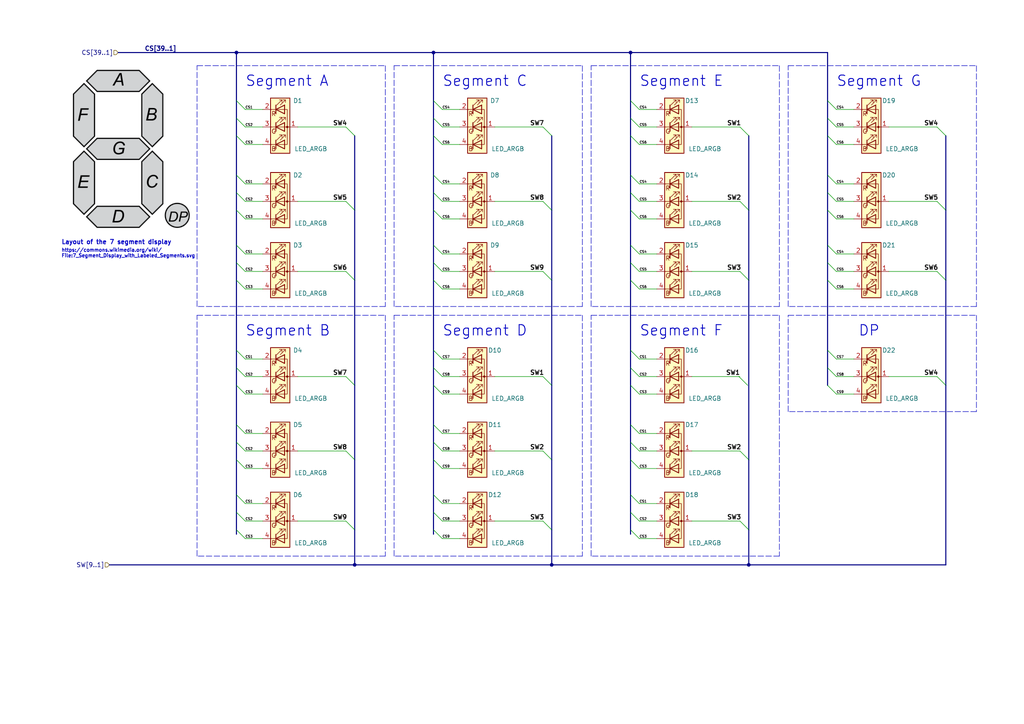
<source format=kicad_sch>
(kicad_sch (version 20211123) (generator eeschema)
  (paper "A4")
  (title_block (title "PMod RGB & Segment Display") (rev "v0.1") (company "James Horton") (comment 1 "interface, all LED's are designed to be indivdually addressable ") (comment 2 "This design is a 4 Digit Seven Segment Display made from RGB LED's, controlled using I2C") (comment 4 "Licensed Under CERN Open Hardware Licence Version 2 - Permissive"))
  (lib_symbols
    (symbol "Device:LED_ARGB" (pin_names (offset 0) hide)
      (property "Reference" "D" (at 0 9.398 0))
      (property "Value" "LED_ARGB" (at 0 -8.89 0))
      (symbol "LED_ARGB_0_0"
        (text "B" (at -1.905 -6.35 0) (effects (font (size 1.27 1.27))))
        (text "G" (at -1.905 -1.27 0) (effects (font (size 1.27 1.27))))
        (text "R" (at -1.905 3.81 0) (effects (font (size 1.27 1.27))))
      )
      (symbol "LED_ARGB_0_1"
        (polyline (pts (xy -1.27 -5.08) (xy -2.54 -5.08)))
        (polyline (pts (xy -1.27 -5.08) (xy 1.27 -5.08)))
        (polyline (pts (xy -1.27 -3.81) (xy -1.27 -6.35)) (stroke (width 0.254)))
        (polyline (pts (xy -1.27 0) (xy -2.54 0)))
        (polyline (pts (xy -1.27 1.27) (xy -1.27 -1.27)) (stroke (width 0.254)))
        (polyline (pts (xy -1.27 5.08) (xy -2.54 5.08)))
        (polyline (pts (xy -1.27 5.08) (xy 1.27 5.08)))
        (polyline (pts (xy -1.27 6.35) (xy -1.27 3.81)) (stroke (width 0.254)))
        (polyline (pts (xy 1.27 0) (xy -1.27 0)))
        (polyline (pts (xy 1.27 0) (xy 2.54 0)))
        (polyline (pts (xy -1.27 1.27) (xy -1.27 -1.27) (xy -1.27 -1.27)))
        (polyline (pts (xy -1.27 6.35) (xy -1.27 3.81) (xy -1.27 3.81)))
        (polyline (pts (xy 1.27 -5.08) (xy 2.032 -5.08) (xy 2.032 5.08) (xy 1.27 5.08)))
        (polyline (pts (xy 1.27 -3.81) (xy 1.27 -6.35) (xy -1.27 -5.08) (xy 1.27 -3.81)) (stroke (width 0.254)))
        (polyline (pts (xy 1.27 1.27) (xy 1.27 -1.27) (xy -1.27 0) (xy 1.27 1.27)) (stroke (width 0.254)))
        (polyline (pts (xy 1.27 6.35) (xy 1.27 3.81) (xy -1.27 5.08) (xy 1.27 6.35)) (stroke (width 0.254)))
        (polyline (pts (xy -1.016 -3.81) (xy 0.508 -2.286) (xy -0.254 -2.286) (xy 0.508 -2.286) (xy 0.508 -3.048)))
        (polyline (pts (xy -1.016 1.27) (xy 0.508 2.794) (xy -0.254 2.794) (xy 0.508 2.794) (xy 0.508 2.032)))
        (polyline (pts (xy -1.016 6.35) (xy 0.508 7.874) (xy -0.254 7.874) (xy 0.508 7.874) (xy 0.508 7.112)))
        (polyline (pts (xy 0 -3.81) (xy 1.524 -2.286) (xy 0.762 -2.286) (xy 1.524 -2.286) (xy 1.524 -3.048)))
        (polyline (pts (xy 0 1.27) (xy 1.524 2.794) (xy 0.762 2.794) (xy 1.524 2.794) (xy 1.524 2.032)))
        (polyline (pts (xy 0 6.35) (xy 1.524 7.874) (xy 0.762 7.874) (xy 1.524 7.874) (xy 1.524 7.112)))
        (rectangle (start 1.27 -1.27) (end 1.27 1.27))
        (rectangle (start 1.27 1.27) (end 1.27 1.27))
        (rectangle (start 1.27 3.81) (end 1.27 6.35))
        (rectangle (start 1.27 6.35) (end 1.27 6.35))
        (circle (center 2.032 0) (radius 0.254) (fill (type outline)))
        (rectangle (start 2.794 8.382) (end -2.794 -7.62) (stroke (width 0.254)) (fill (type background)))
      )
      (symbol "LED_ARGB_1_1"
        (pin passive line (at 5.08 0 180) (length 2.54) (name "A") (number "1"))
        (pin passive line (at -5.08 5.08 0) (length 2.54) (name "RK") (number "2"))
        (pin passive line (at -5.08 0 0) (length 2.54) (name "GK") (number "3"))
        (pin passive line (at -5.08 -5.08 0) (length 2.54) (name "BK") (number "4"))
      )
    )
  )
  (junction (at 160.02 163.83))
  (junction (at 102.87 163.83))
  (junction (at 217.17 163.83))
  (junction (at 182.88 15.24))
  (junction (at 125.73 15.24))
  (junction (at 68.58 15.24))
  (bus_entry (at 182.88 55.88) (size 2.54 2.54))
  (bus_entry (at 125.73 133.35) (size 2.54 2.54))
  (bus_entry (at 271.78 58.42) (size 2.54 2.54))
  (bus_entry (at 125.73 81.28) (size 2.54 2.54))
  (bus_entry (at 240.03 55.88) (size 2.54 2.54))
  (bus_entry (at 182.88 76.2) (size 2.54 2.54))
  (bus_entry (at 182.88 50.8) (size 2.54 2.54))
  (bus_entry (at 125.73 50.8) (size 2.54 2.54))
  (bus_entry (at 68.58 39.37) (size 2.54 2.54))
  (bus_entry (at 125.73 143.51) (size 2.54 2.54))
  (bus_entry (at 240.03 106.68) (size 2.54 2.54))
  (bus_entry (at 271.78 109.22) (size 2.54 2.54))
  (bus_entry (at 68.58 143.51) (size 2.54 2.54))
  (bus_entry (at 182.88 128.27) (size 2.54 2.54))
  (bus_entry (at 157.48 58.42) (size 2.54 2.54))
  (bus_entry (at 182.88 133.35) (size 2.54 2.54))
  (bus_entry (at 182.88 39.37) (size 2.54 2.54))
  (bus_entry (at 182.88 101.6) (size 2.54 2.54))
  (bus_entry (at 125.73 148.59) (size 2.54 2.54))
  (bus_entry (at 182.88 111.76) (size 2.54 2.54))
  (bus_entry (at 240.03 71.12) (size 2.54 2.54))
  (bus_entry (at 100.33 151.13) (size 2.54 2.54))
  (bus_entry (at 182.88 60.96) (size 2.54 2.54))
  (bus_entry (at 214.63 36.83) (size 2.54 2.54))
  (bus_entry (at 240.03 39.37) (size 2.54 2.54))
  (bus_entry (at 240.03 50.8) (size 2.54 2.54))
  (bus_entry (at 182.88 148.59) (size 2.54 2.54))
  (bus_entry (at 125.73 153.67) (size 2.54 2.54))
  (bus_entry (at 182.88 34.29) (size 2.54 2.54))
  (bus_entry (at 125.73 71.12) (size 2.54 2.54))
  (bus_entry (at 68.58 153.67) (size 2.54 2.54))
  (bus_entry (at 182.88 81.28) (size 2.54 2.54))
  (bus_entry (at 157.48 78.74) (size 2.54 2.54))
  (bus_entry (at 240.03 101.6) (size 2.54 2.54))
  (bus_entry (at 182.88 71.12) (size 2.54 2.54))
  (bus_entry (at 157.48 130.81) (size 2.54 2.54))
  (bus_entry (at 100.33 109.22) (size 2.54 2.54))
  (bus_entry (at 100.33 36.83) (size 2.54 2.54))
  (bus_entry (at 157.48 109.22) (size 2.54 2.54))
  (bus_entry (at 125.73 111.76) (size 2.54 2.54))
  (bus_entry (at 125.73 106.68) (size 2.54 2.54))
  (bus_entry (at 182.88 123.19) (size 2.54 2.54))
  (bus_entry (at 68.58 133.35) (size 2.54 2.54))
  (bus_entry (at 240.03 111.76) (size 2.54 2.54))
  (bus_entry (at 214.63 151.13) (size 2.54 2.54))
  (bus_entry (at 68.58 71.12) (size 2.54 2.54))
  (bus_entry (at 125.73 101.6) (size 2.54 2.54))
  (bus_entry (at 125.73 29.21) (size 2.54 2.54))
  (bus_entry (at 68.58 101.6) (size 2.54 2.54))
  (bus_entry (at 240.03 81.28) (size 2.54 2.54))
  (bus_entry (at 214.63 58.42) (size 2.54 2.54))
  (bus_entry (at 125.73 76.2) (size 2.54 2.54))
  (bus_entry (at 125.73 34.29) (size 2.54 2.54))
  (bus_entry (at 182.88 29.21) (size 2.54 2.54))
  (bus_entry (at 68.58 60.96) (size 2.54 2.54))
  (bus_entry (at 68.58 55.88) (size 2.54 2.54))
  (bus_entry (at 100.33 58.42) (size 2.54 2.54))
  (bus_entry (at 240.03 29.21) (size 2.54 2.54))
  (bus_entry (at 157.48 151.13) (size 2.54 2.54))
  (bus_entry (at 240.03 60.96) (size 2.54 2.54))
  (bus_entry (at 125.73 60.96) (size 2.54 2.54))
  (bus_entry (at 271.78 36.83) (size 2.54 2.54))
  (bus_entry (at 68.58 29.21) (size 2.54 2.54))
  (bus_entry (at 68.58 128.27) (size 2.54 2.54))
  (bus_entry (at 68.58 34.29) (size 2.54 2.54))
  (bus_entry (at 68.58 106.68) (size 2.54 2.54))
  (bus_entry (at 240.03 76.2) (size 2.54 2.54))
  (bus_entry (at 271.78 78.74) (size 2.54 2.54))
  (bus_entry (at 68.58 148.59) (size 2.54 2.54))
  (bus_entry (at 68.58 76.2) (size 2.54 2.54))
  (bus_entry (at 157.48 36.83) (size 2.54 2.54))
  (bus_entry (at 240.03 34.29) (size 2.54 2.54))
  (bus_entry (at 125.73 55.88) (size 2.54 2.54))
  (bus_entry (at 100.33 78.74) (size 2.54 2.54))
  (bus_entry (at 68.58 50.8) (size 2.54 2.54))
  (bus_entry (at 214.63 78.74) (size 2.54 2.54))
  (bus_entry (at 125.73 39.37) (size 2.54 2.54))
  (bus_entry (at 125.73 123.19) (size 2.54 2.54))
  (bus_entry (at 182.88 143.51) (size 2.54 2.54))
  (bus_entry (at 214.3128 109.22) (size 2.54 2.54))
  (bus_entry (at 125.73 128.27) (size 2.54 2.54))
  (bus_entry (at 68.58 111.76) (size 2.54 2.54))
  (bus_entry (at 68.58 123.19) (size 2.54 2.54))
  (bus_entry (at 214.63 130.81) (size 2.54 2.54))
  (bus_entry (at 182.88 106.68) (size 2.54 2.54))
  (bus_entry (at 68.58 81.28) (size 2.54 2.54))
  (bus_entry (at 182.88 153.67) (size 2.54 2.54))
  (bus_entry (at 100.33 130.81) (size 2.54 2.54))
  (wire (pts (xy 200.66 109.22) (xy 214.3128 109.22)))
  (wire (pts (xy 86.36 109.22) (xy 100.33 109.22)))
  (wire (pts (xy 242.57 36.83) (xy 247.65 36.83)))
  (bus (pts (xy 125.73 143.51) (xy 125.73 148.59)))
  (bus (pts (xy 160.02 39.37) (xy 160.02 60.96)))
  (wire (pts (xy 71.12 73.66) (xy 76.2 73.66)))
  (wire (pts (xy 71.12 36.83) (xy 76.2 36.83)))
  (bus (pts (xy 68.58 123.19) (xy 68.58 128.27)))
  (polyline (pts (xy 171.45 88.9) (xy 171.45 19.05)))
  (bus (pts (xy 217.17 153.67) (xy 217.17 163.83)))
  (wire (pts (xy 242.57 104.14) (xy 247.65 104.14)))
  (wire (pts (xy 185.42 104.14) (xy 190.5 104.14)))
  (wire (pts (xy 214.63 130.81) (xy 200.66 130.81)))
  (wire (pts (xy 128.27 156.21) (xy 133.35 156.21)))
  (bus (pts (xy 125.73 15.24) (xy 182.88 15.24)))
  (bus (pts (xy 274.32 111.76) (xy 274.32 163.83)))
  (bus (pts (xy 240.03 50.8) (xy 240.03 55.88)))
  (wire (pts (xy 242.57 73.66) (xy 247.65 73.66)))
  (wire (pts (xy 128.27 78.74) (xy 133.35 78.74)))
  (bus (pts (xy 102.87 60.96) (xy 102.87 81.28)))
  (wire (pts (xy 185.42 156.21) (xy 190.5 156.21)))
  (bus (pts (xy 125.73 55.88) (xy 125.73 60.96)))
  (wire (pts (xy 242.57 41.91) (xy 247.65 41.91)))
  (wire (pts (xy 200.66 36.83) (xy 214.63 36.83)))
  (polyline (pts (xy 111.76 19.05) (xy 111.76 88.9)))
  (wire (pts (xy 257.81 78.74) (xy 271.78 78.74)))
  (polyline (pts (xy 283.21 119.38) (xy 228.6 119.38)))
  (bus (pts (xy 182.88 60.96) (xy 182.88 71.12)))
  (bus (pts (xy 125.73 71.12) (xy 125.73 76.2)))
  (bus (pts (xy 182.88 133.35) (xy 182.88 143.51)))
  (bus (pts (xy 68.58 15.24) (xy 125.73 15.24)))
  (wire (pts (xy 128.27 114.3) (xy 133.35 114.3)))
  (wire (pts (xy 71.12 78.74) (xy 76.2 78.74)))
  (wire (pts (xy 71.12 31.75) (xy 76.2 31.75)))
  (bus (pts (xy 182.88 148.59) (xy 182.88 153.67)))
  (bus (pts (xy 182.88 29.21) (xy 182.88 34.29)))
  (wire (pts (xy 143.51 36.83) (xy 157.48 36.83)))
  (bus (pts (xy 68.58 76.2) (xy 68.58 81.28)))
  (wire (pts (xy 128.27 31.75) (xy 133.35 31.75)))
  (wire (pts (xy 71.12 156.21) (xy 76.2 156.21)))
  (wire (pts (xy 185.42 146.05) (xy 190.5 146.05)))
  (bus (pts (xy 68.58 153.67) (xy 68.58 154.94)))
  (wire (pts (xy 185.42 53.34) (xy 190.5 53.34)))
  (polyline (pts (xy 171.45 161.29) (xy 171.45 91.44)))
  (wire (pts (xy 143.51 109.22) (xy 157.48 109.22)))
  (bus (pts (xy 68.58 111.76) (xy 68.58 123.19)))
  (wire (pts (xy 214.63 58.42) (xy 200.66 58.42)))
  (wire (pts (xy 242.57 58.42) (xy 247.65 58.42)))
  (wire (pts (xy 185.42 73.66) (xy 190.5 73.66)))
  (bus (pts (xy 182.88 143.51) (xy 182.88 148.59)))
  (bus (pts (xy 182.88 106.68) (xy 182.88 111.76)))
  (wire (pts (xy 128.27 104.14) (xy 133.35 104.14)))
  (bus (pts (xy 182.88 50.8) (xy 182.88 55.88)))
  (wire (pts (xy 128.27 151.13) (xy 133.35 151.13)))
  (bus (pts (xy 217.17 133.35) (xy 217.17 153.67)))
  (wire (pts (xy 271.78 58.42) (xy 257.81 58.42)))
  (wire (pts (xy 242.57 31.75) (xy 247.65 31.75)))
  (bus (pts (xy 160.02 111.76) (xy 160.02 133.35)))
  (bus (pts (xy 240.03 55.88) (xy 240.03 60.96)))
  (wire (pts (xy 185.42 58.42) (xy 190.5 58.42)))
  (wire (pts (xy 185.42 36.83) (xy 190.5 36.83)))
  (bus (pts (xy 217.17 39.37) (xy 217.17 60.96)))
  (bus (pts (xy 68.58 29.21) (xy 68.58 34.29)))
  (wire (pts (xy 185.42 114.3) (xy 190.5 114.3)))
  (bus (pts (xy 68.58 39.37) (xy 68.58 50.8)))
  (bus (pts (xy 240.03 101.6) (xy 240.03 106.68)))
  (wire (pts (xy 128.27 41.91) (xy 133.35 41.91)))
  (wire (pts (xy 128.27 125.73) (xy 133.35 125.73)))
  (wire (pts (xy 257.81 109.22) (xy 271.78 109.22)))
  (wire (pts (xy 185.42 41.91) (xy 190.5 41.91)))
  (polyline (pts (xy 114.3 88.9) (xy 114.3 19.05)))
  (wire (pts (xy 71.12 130.81) (xy 76.2 130.81)))
  (bus (pts (xy 68.58 81.28) (xy 68.58 101.6)))
  (polyline (pts (xy 171.45 19.05) (xy 226.06 19.05)))
  (wire (pts (xy 71.12 114.3) (xy 76.2 114.3)))
  (polyline (pts (xy 226.06 91.44) (xy 226.06 161.29)))
  (bus (pts (xy 160.02 60.96) (xy 160.02 81.28)))
  (wire (pts (xy 214.3128 109.22) (xy 214.63 109.22)))
  (wire (pts (xy 185.42 109.22) (xy 190.5 109.22)))
  (bus (pts (xy 125.73 148.59) (xy 125.73 153.67)))
  (bus (pts (xy 160.02 81.28) (xy 160.02 111.76)))
  (bus (pts (xy 125.73 34.29) (xy 125.73 39.37)))
  (bus (pts (xy 160.02 163.83) (xy 217.17 163.83)))
  (bus (pts (xy 182.88 15.24) (xy 240.03 15.24)))
  (polyline (pts (xy 57.15 91.44) (xy 111.76 91.44)))
  (polyline (pts (xy 228.6 19.05) (xy 283.21 19.05)))
  (polyline (pts (xy 228.6 119.38) (xy 228.6 91.44)))
  (bus (pts (xy 68.58 133.35) (xy 68.58 143.51)))
  (polyline (pts (xy 111.76 91.44) (xy 111.76 161.29)))
  (wire (pts (xy 157.48 58.42) (xy 143.51 58.42)))
  (bus (pts (xy 125.73 81.28) (xy 125.73 101.6)))
  (wire (pts (xy 157.48 130.81) (xy 143.51 130.81)))
  (bus (pts (xy 125.73 111.76) (xy 125.73 123.19)))
  (wire (pts (xy 71.12 58.42) (xy 76.2 58.42)))
  (polyline (pts (xy 228.6 91.44) (xy 283.21 91.44)))
  (bus (pts (xy 182.88 153.67) (xy 182.88 154.94)))
  (wire (pts (xy 143.51 78.74) (xy 157.48 78.74)))
  (bus (pts (xy 160.02 153.67) (xy 160.02 163.83)))
  (bus (pts (xy 31.75 163.83) (xy 102.87 163.83)))
  (wire (pts (xy 185.42 135.89) (xy 190.5 135.89)))
  (polyline (pts (xy 57.15 19.05) (xy 111.76 19.05)))
  (wire (pts (xy 86.36 151.13) (xy 100.33 151.13)))
  (wire (pts (xy 242.57 63.5) (xy 247.65 63.5)))
  (bus (pts (xy 240.03 15.24) (xy 240.03 29.21)))
  (bus (pts (xy 125.73 15.24) (xy 125.73 29.21)))
  (polyline (pts (xy 283.21 19.05) (xy 283.21 88.9)))
  (wire (pts (xy 71.12 146.05) (xy 76.2 146.05)))
  (wire (pts (xy 200.66 151.13) (xy 214.63 151.13)))
  (polyline (pts (xy 57.15 88.9) (xy 57.15 19.05)))
  (bus (pts (xy 217.17 81.28) (xy 217.17 133.35)))
  (polyline (pts (xy 228.6 88.9) (xy 228.6 19.05)))
  (wire (pts (xy 242.57 53.34) (xy 247.65 53.34)))
  (bus (pts (xy 125.73 29.21) (xy 125.73 34.29)))
  (wire (pts (xy 200.66 78.74) (xy 214.63 78.74)))
  (bus (pts (xy 125.73 133.35) (xy 125.73 143.51)))
  (bus (pts (xy 182.88 76.2) (xy 182.88 81.28)))
  (wire (pts (xy 143.51 151.13) (xy 157.48 151.13)))
  (bus (pts (xy 125.73 101.6) (xy 125.73 106.68)))
  (bus (pts (xy 160.02 163.83) (xy 102.87 163.83)))
  (bus (pts (xy 125.73 153.67) (xy 125.73 154.94)))
  (wire (pts (xy 185.42 63.5) (xy 190.5 63.5)))
  (bus (pts (xy 68.58 148.59) (xy 68.58 153.67)))
  (bus (pts (xy 182.88 81.28) (xy 182.88 101.6)))
  (bus (pts (xy 125.73 50.8) (xy 125.73 55.88)))
  (bus (pts (xy 68.58 101.6) (xy 68.58 106.68)))
  (bus (pts (xy 160.02 133.35) (xy 160.02 153.67)))
  (bus (pts (xy 125.73 123.19) (xy 125.73 128.27)))
  (bus (pts (xy 68.58 106.68) (xy 68.58 111.76)))
  (bus (pts (xy 68.58 71.12) (xy 68.58 76.2)))
  (wire (pts (xy 128.27 73.66) (xy 133.35 73.66)))
  (bus (pts (xy 182.88 39.37) (xy 182.88 50.8)))
  (bus (pts (xy 182.88 123.19) (xy 182.88 128.27)))
  (polyline (pts (xy 283.21 91.44) (xy 283.21 119.38)))
  (polyline (pts (xy 168.91 91.44) (xy 168.91 161.29)))
  (bus (pts (xy 182.88 15.24) (xy 182.88 29.21)))
  (bus (pts (xy 274.32 163.83) (xy 217.17 163.83)))
  (polyline (pts (xy 226.06 88.9) (xy 171.45 88.9)))
  (polyline (pts (xy 114.3 19.05) (xy 168.91 19.05)))
  (wire (pts (xy 71.12 63.5) (xy 76.2 63.5)))
  (wire (pts (xy 71.12 135.89) (xy 76.2 135.89)))
  (wire (pts (xy 100.33 130.81) (xy 86.36 130.81)))
  (polyline (pts (xy 114.3 161.29) (xy 114.3 91.44)))
  (bus (pts (xy 125.73 76.2) (xy 125.73 81.28)))
  (wire (pts (xy 128.27 58.42) (xy 133.35 58.42)))
  (polyline (pts (xy 111.76 161.29) (xy 57.15 161.29)))
  (wire (pts (xy 257.81 36.83) (xy 271.78 36.83)))
  (wire (pts (xy 185.42 31.75) (xy 190.5 31.75)))
  (bus (pts (xy 68.58 143.51) (xy 68.58 148.59)))
  (bus (pts (xy 240.03 29.21) (xy 240.03 34.29)))
  (wire (pts (xy 86.36 36.83) (xy 100.33 36.83)))
  (wire (pts (xy 185.42 125.73) (xy 190.5 125.73)))
  (bus (pts (xy 125.73 60.96) (xy 125.73 71.12)))
  (bus (pts (xy 240.03 39.37) (xy 240.03 50.8)))
  (bus (pts (xy 102.87 133.35) (xy 102.87 153.67)))
  (bus (pts (xy 274.32 60.96) (xy 274.32 81.28)))
  (bus (pts (xy 240.03 76.2) (xy 240.03 81.28)))
  (wire (pts (xy 128.27 135.89) (xy 133.35 135.89)))
  (wire (pts (xy 86.36 78.74) (xy 100.33 78.74)))
  (wire (pts (xy 185.42 83.82) (xy 190.5 83.82)))
  (polyline (pts (xy 168.91 19.05) (xy 168.91 88.9)))
  (wire (pts (xy 128.27 36.83) (xy 133.35 36.83)))
  (bus (pts (xy 182.88 71.12) (xy 182.88 76.2)))
  (bus (pts (xy 182.88 111.76) (xy 182.88 123.19)))
  (bus (pts (xy 102.87 39.37) (xy 102.87 60.96)))
  (bus (pts (xy 102.87 81.28) (xy 102.87 111.76)))
  (wire (pts (xy 71.12 151.13) (xy 76.2 151.13)))
  (bus (pts (xy 182.88 128.27) (xy 182.88 133.35)))
  (bus (pts (xy 68.58 15.24) (xy 68.58 29.21)))
  (bus (pts (xy 68.58 55.88) (xy 68.58 60.96)))
  (bus (pts (xy 182.88 101.6) (xy 182.88 106.68)))
  (wire (pts (xy 242.57 114.3) (xy 247.65 114.3)))
  (wire (pts (xy 185.42 151.13) (xy 190.5 151.13)))
  (wire (pts (xy 71.12 125.73) (xy 76.2 125.73)))
  (wire (pts (xy 71.12 83.82) (xy 76.2 83.82)))
  (wire (pts (xy 242.57 78.74) (xy 247.65 78.74)))
  (bus (pts (xy 34.29 15.24) (xy 68.58 15.24)))
  (polyline (pts (xy 283.21 88.9) (xy 228.6 88.9)))
  (bus (pts (xy 182.88 55.88) (xy 182.88 60.96)))
  (wire (pts (xy 128.27 130.81) (xy 133.35 130.81)))
  (bus (pts (xy 240.03 34.29) (xy 240.03 39.37)))
  (polyline (pts (xy 114.3 91.44) (xy 168.91 91.44)))
  (bus (pts (xy 125.73 128.27) (xy 125.73 133.35)))
  (wire (pts (xy 128.27 53.34) (xy 133.35 53.34)))
  (bus (pts (xy 102.87 163.83) (xy 102.87 153.67)))
  (wire (pts (xy 128.27 63.5) (xy 133.35 63.5)))
  (bus (pts (xy 240.03 60.96) (xy 240.03 71.12)))
  (polyline (pts (xy 168.91 88.9) (xy 114.3 88.9)))
  (bus (pts (xy 240.03 81.28) (xy 240.03 101.6)))
  (polyline (pts (xy 111.76 88.9) (xy 57.15 88.9)))
  (bus (pts (xy 274.32 39.37) (xy 274.32 60.96)))
  (bus (pts (xy 102.87 111.76) (xy 102.87 133.35)))
  (polyline (pts (xy 226.06 161.29) (xy 171.45 161.29)))
  (bus (pts (xy 125.73 106.68) (xy 125.73 111.76)))
  (wire (pts (xy 242.57 109.22) (xy 247.65 109.22)))
  (wire (pts (xy 71.12 41.91) (xy 76.2 41.91)))
  (polyline (pts (xy 171.45 91.44) (xy 226.06 91.44)))
  (polyline (pts (xy 168.91 161.29) (xy 114.3 161.29)))
  (polyline (pts (xy 57.15 161.29) (xy 57.15 91.44)))
  (bus (pts (xy 125.73 39.37) (xy 125.73 50.8)))
  (wire (pts (xy 128.27 146.05) (xy 133.35 146.05)))
  (bus (pts (xy 68.58 50.8) (xy 68.58 55.88)))
  (bus (pts (xy 217.17 60.96) (xy 217.17 81.28)))
  (bus (pts (xy 240.03 106.68) (xy 240.03 111.76)))
  (wire (pts (xy 185.42 130.81) (xy 190.5 130.81)))
  (polyline (pts (xy 226.06 19.05) (xy 226.06 88.9)))
  (wire (pts (xy 128.27 109.22) (xy 133.35 109.22)))
  (bus (pts (xy 274.32 81.28) (xy 274.32 111.76)))
  (bus (pts (xy 68.58 34.29) (xy 68.58 39.37)))
  (wire (pts (xy 242.57 83.82) (xy 247.65 83.82)))
  (wire (pts (xy 185.42 78.74) (xy 190.5 78.74)))
  (wire (pts (xy 71.12 53.34) (xy 76.2 53.34)))
  (bus (pts (xy 68.58 128.27) (xy 68.58 133.35)))
  (bus (pts (xy 240.03 71.12) (xy 240.03 76.2)))
  (wire (pts (xy 71.12 104.14) (xy 76.2 104.14)))
  (wire (pts (xy 128.27 83.82) (xy 133.35 83.82)))
  (wire (pts (xy 71.12 109.22) (xy 76.2 109.22)))
  (wire (pts (xy 100.33 58.42) (xy 86.36 58.42)))
  (bus (pts (xy 182.88 34.29) (xy 182.88 39.37)))
  (bus (pts (xy 68.58 60.96) (xy 68.58 71.12)))
  (image (at 38.1 43.18))
  (text "https://commons.wikimedia.org/wiki/\nFile:7_Segment_Display_with_Labeled_Segments.svg" (at 17.78 74.93 0) (effects (font (size 1 1) bold) (justify left bottom)))
  (text "Segment F" (at 185.42 97.79 0) (effects (font (size 3 3) (thickness 0.254) bold) (justify left bottom)))
  (text "Segment D" (at 128.27 97.79 0) (effects (font (size 3 3) (thickness 0.254) bold) (justify left bottom)))
  (text "Segment G" (at 242.57 25.4 0) (effects (font (size 3 3) (thickness 0.254) bold) (justify left bottom)))
  (text "Segment E" (at 185.42 25.4 0) (effects (font (size 3 3) (thickness 0.254) bold) (justify left bottom)))
  (text "Segment A" (at 71.12 25.4 0) (effects (font (size 3 3) (thickness 0.254) bold) (justify left bottom)))
  (text "DP\n" (at 248.92 97.79 0) (effects (font (size 3 3) (thickness 0.254) bold) (justify left bottom)))
  (text "Layout of the 7 segment display" (at 17.78 71.12 0) (effects (font (size 1.27 1.27) bold) (justify left bottom)))
  (text "Segment C" (at 128.27 25.4 0) (effects (font (size 3 3) (thickness 0.254) bold) (justify left bottom)))
  (text "Segment B" (at 71.12 97.79 0) (effects (font (size 3 3) (thickness 0.254) bold) (justify left bottom)))
  (label "SW2" (at 210.82 58.42 0) (effects (font bold)))
  (label "SW5" (at 267.97 58.42 0) (effects (font bold)))
  (label "SW6" (at 96.52 78.74 0) (effects (font bold)))
  (label "CS[39..1]" (at 41.91 15.24 0) (effects (font bold)))
  (label "CS3" (at 71.12 156.21 0) (effects (font (size 0.7 0.7) bold)))
  (label "SW2" (at 210.82 130.81 0) (effects (font bold)))
  (label "SW3" (at 210.82 151.13 0) (effects (font bold)))
  (label "CS4" (at 185.42 31.75 0) (effects (font (size 0.7 0.7) bold)))
  (label "CS5" (at 128.27 78.74 0) (effects (font (size 0.7 0.7) bold)))
  (label "CS6" (at 185.42 83.82 0) (effects (font (size 0.7 0.7) bold)))
  (label "SW1" (at 153.67 109.22 0) (effects (font bold)))
  (label "CS3" (at 185.42 114.3 0) (effects (font (size 0.7 0.7) bold)))
  (label "SW9" (at 96.52 151.13 0) (effects (font bold)))
  (label "CS5" (at 242.57 78.74 0) (effects (font (size 0.7 0.7) bold)))
  (label "SW7" (at 153.67 36.83 0) (effects (font bold)))
  (label "SW8" (at 96.52 130.81 0) (effects (font bold)))
  (label "CS6" (at 242.57 83.82 0) (effects (font (size 0.7 0.7) bold)))
  (label "CS3" (at 71.12 135.89 0) (effects (font (size 0.7 0.7) bold)))
  (label "SW4" (at 96.52 36.83 0) (effects (font bold)))
  (label "SW7" (at 96.52 109.22 0) (effects (font bold)))
  (label "CS2" (at 71.12 151.13 0) (effects (font (size 0.7 0.7) bold)))
  (label "CS2" (at 185.42 130.81 0) (effects (font (size 0.7 0.7) bold)))
  (label "SW3" (at 210.82 78.74 0) (effects (font bold)))
  (label "CS4" (at 185.42 53.34 0) (effects (font (size 0.7 0.7) bold)))
  (label "CS6" (at 242.57 41.91 0) (effects (font (size 0.7 0.7) bold)))
  (label "CS1" (at 71.12 146.05 0) (effects (font (size 0.7 0.7) bold)))
  (label "CS6" (at 128.27 83.82 0) (effects (font (size 0.7 0.7) bold)))
  (label "CS5" (at 128.27 58.42 0) (effects (font (size 0.7 0.7) bold)))
  (label "CS8" (at 128.27 109.22 0) (effects (font (size 0.7 0.7) bold)))
  (label "CS6" (at 128.27 63.5 0) (effects (font (size 0.7 0.7) bold)))
  (label "CS2" (at 71.12 78.74 0) (effects (font (size 0.7 0.7) bold)))
  (label "CS7" (at 128.27 146.05 0) (effects (font (size 0.7 0.7) bold)))
  (label "CS8" (at 128.27 130.81 0) (effects (font (size 0.7 0.7) bold)))
  (label "CS5" (at 242.57 58.42 0) (effects (font (size 0.7 0.7) bold)))
  (label "CS3" (at 71.12 41.91 0) (effects (font (size 0.7 0.7) bold)))
  (label "CS9" (at 128.27 156.21 0) (effects (font (size 0.7 0.7) bold)))
  (label "CS7" (at 242.57 104.14 0) (effects (font (size 0.7 0.7) bold)))
  (label "CS7" (at 128.27 104.14 0) (effects (font (size 0.7 0.7) bold)))
  (label "CS1" (at 71.12 53.34 0) (effects (font (size 0.7 0.7) bold)))
  (label "CS2" (at 185.42 109.22 0) (effects (font (size 0.7 0.7) bold)))
  (label "CS1" (at 71.12 125.73 0) (effects (font (size 0.7 0.7) bold)))
  (label "CS4" (at 185.42 73.66 0) (effects (font (size 0.7 0.7) bold)))
  (label "CS4" (at 242.57 53.34 0) (effects (font (size 0.7 0.7) bold)))
  (label "CS1" (at 71.12 31.75 0) (effects (font (size 0.7 0.7) bold)))
  (label "SW4" (at 267.97 36.83 0) (effects (font bold)))
  (label "CS4" (at 128.27 31.75 0) (effects (font (size 0.7 0.7) bold)))
  (label "CS6" (at 128.27 41.91 0) (effects (font (size 0.7 0.7) bold)))
  (label "CS5" (at 185.42 36.83 0) (effects (font (size 0.7 0.7) bold)))
  (label "CS3" (at 71.12 114.3 0) (effects (font (size 0.7 0.7) bold)))
  (label "SW4" (at 267.97 109.22 0) (effects (font bold)))
  (label "CS9" (at 242.57 114.3 0) (effects (font (size 0.7 0.7) bold)))
  (label "CS3" (at 71.12 63.5 0) (effects (font (size 0.7 0.7) bold)))
  (label "SW1" (at 210.5028 109.22 0) (effects (font bold)))
  (label "CS9" (at 128.27 114.3 0) (effects (font (size 0.7 0.7) bold)))
  (label "CS8" (at 128.27 151.13 0) (effects (font (size 0.7 0.7) bold)))
  (label "CS5" (at 128.27 36.83 0) (effects (font (size 0.7 0.7) bold)))
  (label "CS2" (at 71.12 36.83 0) (effects (font (size 0.7 0.7) bold)))
  (label "SW9" (at 153.67 78.74 0) (effects (font bold)))
  (label "CS2" (at 71.12 109.22 0) (effects (font (size 0.7 0.7) bold)))
  (label "CS5" (at 185.42 78.74 0) (effects (font (size 0.7 0.7) bold)))
  (label "CS2" (at 71.12 130.81 0) (effects (font (size 0.7 0.7) bold)))
  (label "SW2" (at 153.67 130.81 0) (effects (font bold)))
  (label "CS1" (at 185.42 104.14 0) (effects (font (size 0.7 0.7) bold)))
  (label "CS6" (at 185.42 41.91 0) (effects (font (size 0.7 0.7) bold)))
  (label "CS2" (at 185.42 151.13 0) (effects (font (size 0.7 0.7) bold)))
  (label "CS1" (at 71.12 104.14 0) (effects (font (size 0.7 0.7) bold)))
  (label "CS7" (at 128.27 125.73 0) (effects (font (size 0.7 0.7) bold)))
  (label "CS8" (at 242.57 109.22 0) (effects (font (size 0.7 0.7) bold)))
  (label "SW1" (at 210.82 36.83 0) (effects (font bold)))
  (label "CS5" (at 185.42 58.42 0) (effects (font (size 0.7 0.7) bold)))
  (label "CS4" (at 242.57 73.66 0) (effects (font (size 0.7 0.7) bold)))
  (label "CS9" (at 128.27 135.89 0) (effects (font (size 0.7 0.7) bold)))
  (label "CS4" (at 128.27 53.34 0) (effects (font (size 0.7 0.7) bold)))
  (label "CS3" (at 71.12 83.82 0) (effects (font (size 0.7 0.7) bold)))
  (label "CS1" (at 185.42 146.05 0) (effects (font (size 0.7 0.7) bold)))
  (label "CS3" (at 185.42 135.89 0) (effects (font (size 0.7 0.7) bold)))
  (label "CS3" (at 185.42 156.21 0) (effects (font (size 0.7 0.7) bold)))
  (label "SW5" (at 96.52 58.42 0) (effects (font bold)))
  (label "CS5" (at 242.57 36.83 0) (effects (font (size 0.7 0.7) bold)))
  (label "SW3" (at 153.67 151.13 0) (effects (font bold)))
  (label "SW6" (at 267.97 78.74 0) (effects (font bold)))
  (label "CS1" (at 185.42 125.73 0) (effects (font (size 0.7 0.7) bold)))
  (label "CS6" (at 185.42 63.5 0) (effects (font (size 0.7 0.7) bold)))
  (label "CS4" (at 128.27 73.66 0) (effects (font (size 0.7 0.7) bold)))
  (label "CS6" (at 242.57 63.5 0) (effects (font (size 0.7 0.7) bold)))
  (label "SW8" (at 153.67 58.42 0) (effects (font bold)))
  (label "CS4" (at 242.57 31.75 0) (effects (font (size 0.7 0.7) bold)))
  (label "CS1" (at 71.12 73.66 0) (effects (font (size 0.7 0.7) bold)))
  (label "CS2" (at 71.12 58.42 0) (effects (font (size 0.7 0.7) bold)))
  (hierarchical_label "SW[9..1]" (shape input) (at 31.75 163.83 180))
  (hierarchical_label "CS[39..1]" (shape input) (at 34.29 15.24 180))
  (symbol (lib_id "Device:LED_ARGB") (at 252.73 78.74 0) (unit 1)
    (property "Reference" "D21" (at 257.81 71.12 0))
    (property "Value" "LED_ARGB" (at 261.62 85.09 0))
    (property "Footprint" "jjh:SX-0402-RGB" (effects hide))
  )
  (symbol (lib_id "Device:LED_ARGB") (at 252.73 58.42 0) (unit 1)
    (property "Reference" "D20" (at 257.81 50.8 0))
    (property "Value" "LED_ARGB" (at 261.62 64.77 0))
    (property "Footprint" "jjh:SX-0402-RGB" (effects hide))
  )
  (symbol (lib_id "Device:LED_ARGB") (at 252.73 109.22 0) (unit 1)
    (property "Reference" "D22" (at 257.81 101.6 0))
    (property "Value" "LED_ARGB" (at 261.62 115.57 0))
    (property "Footprint" "jjh:SX-0402-RGB" (effects hide))
  )
  (symbol (lib_id "Device:LED_ARGB") (at 138.43 109.22 0) (unit 1)
    (property "Reference" "D10" (at 143.51 101.6 0))
    (property "Value" "LED_ARGB" (at 147.32 115.57 0))
    (property "Footprint" "jjh:SX-0402-RGB" (effects hide))
  )
  (symbol (lib_id "Device:LED_ARGB") (at 138.43 78.74 0) (unit 1)
    (property "Reference" "D9" (at 143.51 71.12 0))
    (property "Value" "LED_ARGB" (at 147.32 85.09 0))
    (property "Footprint" "jjh:SX-0402-RGB" (effects hide))
  )
  (symbol (lib_id "Device:LED_ARGB") (at 138.43 151.13 0) (unit 1)
    (property "Reference" "D12" (at 143.51 143.51 0))
    (property "Value" "LED_ARGB" (at 147.32 157.48 0))
    (property "Footprint" "jjh:SX-0402-RGB" (effects hide))
  )
  (symbol (lib_id "Device:LED_ARGB") (at 81.28 78.74 0) (unit 1)
    (property "Reference" "D3" (at 86.36 71.12 0))
    (property "Value" "LED_ARGB" (at 90.17 85.09 0))
    (property "Footprint" "jjh:SX-0402-RGB" (effects hide))
  )
  (symbol (lib_id "Device:LED_ARGB") (at 195.58 36.83 0) (unit 1)
    (property "Reference" "D13" (at 200.66 29.21 0))
    (property "Value" "LED_ARGB" (at 204.47 43.18 0))
    (property "Footprint" "jjh:SX-0402-RGB" (effects hide))
  )
  (symbol (lib_id "Device:LED_ARGB") (at 195.58 151.13 0) (unit 1)
    (property "Reference" "D18" (at 200.66 143.51 0))
    (property "Value" "LED_ARGB" (at 204.47 157.48 0))
    (property "Footprint" "jjh:SX-0402-RGB" (effects hide))
  )
  (symbol (lib_id "Device:LED_ARGB") (at 81.28 109.22 0) (unit 1)
    (property "Reference" "D4" (at 86.36 101.6 0))
    (property "Value" "LED_ARGB" (at 90.17 115.57 0))
    (property "Footprint" "jjh:SX-0402-RGB" (effects hide))
  )
  (symbol (lib_id "Device:LED_ARGB") (at 81.28 151.13 0) (unit 1)
    (property "Reference" "D6" (at 86.36 143.51 0))
    (property "Value" "LED_ARGB" (at 90.17 157.48 0))
    (property "Footprint" "jjh:SX-0402-RGB" (effects hide))
  )
  (symbol (lib_id "Device:LED_ARGB") (at 81.28 58.42 0) (unit 1)
    (property "Reference" "D2" (at 86.36 50.8 0))
    (property "Value" "LED_ARGB" (at 90.17 64.77 0))
    (property "Footprint" "jjh:SX-0402-RGB" (effects hide))
  )
  (symbol (lib_id "Device:LED_ARGB") (at 81.28 36.83 0) (unit 1)
    (property "Reference" "D1" (at 86.36 29.21 0))
    (property "Value" "LED_ARGB" (at 90.17 43.18 0))
    (property "Footprint" "jjh:SX-0402-RGB" (effects hide))
  )
  (symbol (lib_id "Device:LED_ARGB") (at 138.43 130.81 0) (unit 1)
    (property "Reference" "D11" (at 143.51 123.19 0))
    (property "Value" "LED_ARGB" (at 147.32 137.16 0))
    (property "Footprint" "jjh:SX-0402-RGB" (effects hide))
  )
  (symbol (lib_id "Device:LED_ARGB") (at 138.43 58.42 0) (unit 1)
    (property "Reference" "D8" (at 143.51 50.8 0))
    (property "Value" "LED_ARGB" (at 147.32 64.77 0))
    (property "Footprint" "jjh:SX-0402-RGB" (effects hide))
  )
  (symbol (lib_id "Device:LED_ARGB") (at 195.58 130.81 0) (unit 1)
    (property "Reference" "D17" (at 200.66 123.19 0))
    (property "Value" "LED_ARGB" (at 204.47 137.16 0))
    (property "Footprint" "jjh:SX-0402-RGB" (effects hide))
  )
  (symbol (lib_id "Device:LED_ARGB") (at 195.58 78.74 0) (unit 1)
    (property "Reference" "D15" (at 200.66 71.12 0))
    (property "Value" "LED_ARGB" (at 204.47 85.09 0))
    (property "Footprint" "jjh:SX-0402-RGB" (effects hide))
  )
  (symbol (lib_id "Device:LED_ARGB") (at 81.28 130.81 0) (unit 1)
    (property "Reference" "D5" (at 86.36 123.19 0))
    (property "Value" "LED_ARGB" (at 90.17 137.16 0))
    (property "Footprint" "jjh:SX-0402-RGB" (effects hide))
  )
  (symbol (lib_id "Device:LED_ARGB") (at 252.73 36.83 0) (unit 1)
    (property "Reference" "D19" (at 257.81 29.21 0))
    (property "Value" "LED_ARGB" (at 261.62 43.18 0))
    (property "Footprint" "jjh:SX-0402-RGB" (effects hide))
  )
  (symbol (lib_id "Device:LED_ARGB") (at 138.43 36.83 0) (unit 1)
    (property "Reference" "D7" (at 143.51 29.21 0))
    (property "Value" "LED_ARGB" (at 147.32 43.18 0))
    (property "Footprint" "jjh:SX-0402-RGB" (effects hide))
  )
  (symbol (lib_id "Device:LED_ARGB") (at 195.58 109.22 0) (unit 1)
    (property "Reference" "D16" (at 200.66 101.6 0))
    (property "Value" "LED_ARGB" (at 204.47 115.57 0))
    (property "Footprint" "jjh:SX-0402-RGB" (effects hide))
  )
  (symbol (lib_id "Device:LED_ARGB") (at 195.58 58.42 0) (unit 1)
    (property "Reference" "D14" (at 200.66 50.8 0))
    (property "Value" "LED_ARGB" (at 204.47 64.77 0))
    (property "Footprint" "jjh:SX-0402-RGB" (effects hide))
  )
)
</source>
